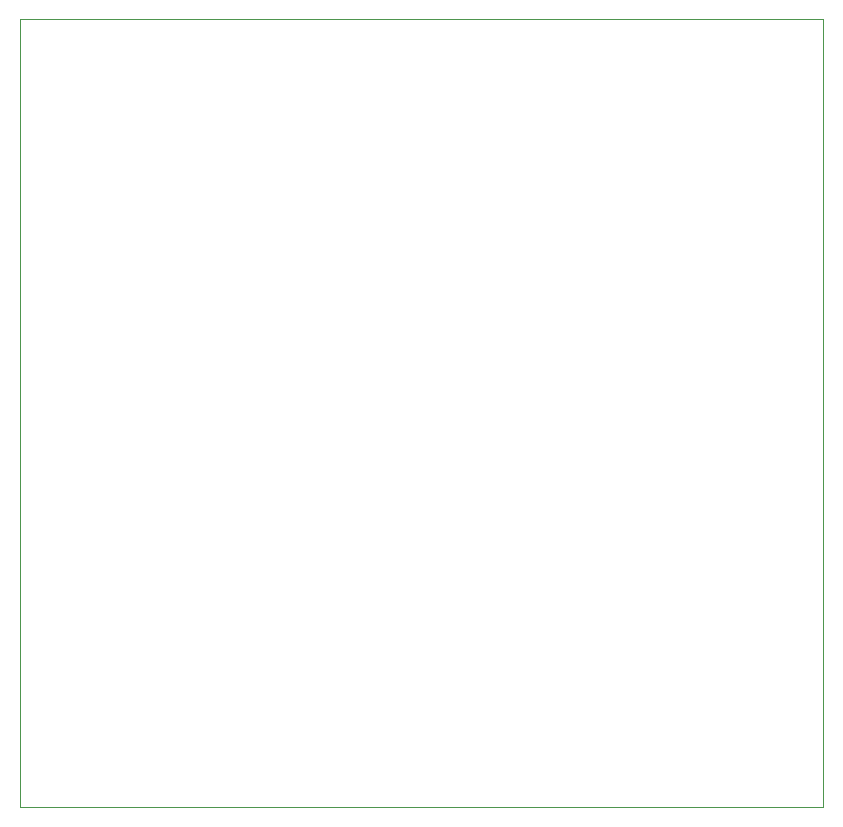
<source format=gbr>
%TF.GenerationSoftware,KiCad,Pcbnew,6.0.2-1.fc35*%
%TF.CreationDate,2022-04-11T21:16:46+02:00*%
%TF.ProjectId,lampe,6c616d70-652e-46b6-9963-61645f706362,v2*%
%TF.SameCoordinates,Original*%
%TF.FileFunction,Profile,NP*%
%FSLAX46Y46*%
G04 Gerber Fmt 4.6, Leading zero omitted, Abs format (unit mm)*
G04 Created by KiCad (PCBNEW 6.0.2-1.fc35) date 2022-04-11 21:16:46*
%MOMM*%
%LPD*%
G01*
G04 APERTURE LIST*
%TA.AperFunction,Profile*%
%ADD10C,0.050000*%
%TD*%
G04 APERTURE END LIST*
D10*
X244792500Y-162877500D02*
X244792500Y-96202500D01*
X176847500Y-162877500D02*
X244792500Y-162877500D01*
X176847500Y-96202500D02*
X176847500Y-162877500D01*
X244792500Y-96202500D02*
X176847500Y-96202500D01*
M02*

</source>
